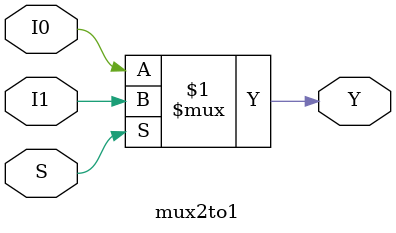
<source format=v>
module mux2to1 (
    input I0,
    input I1,
    input S,
    output Y
);
    assign Y = S ? I1 : I0;
endmodule

</source>
